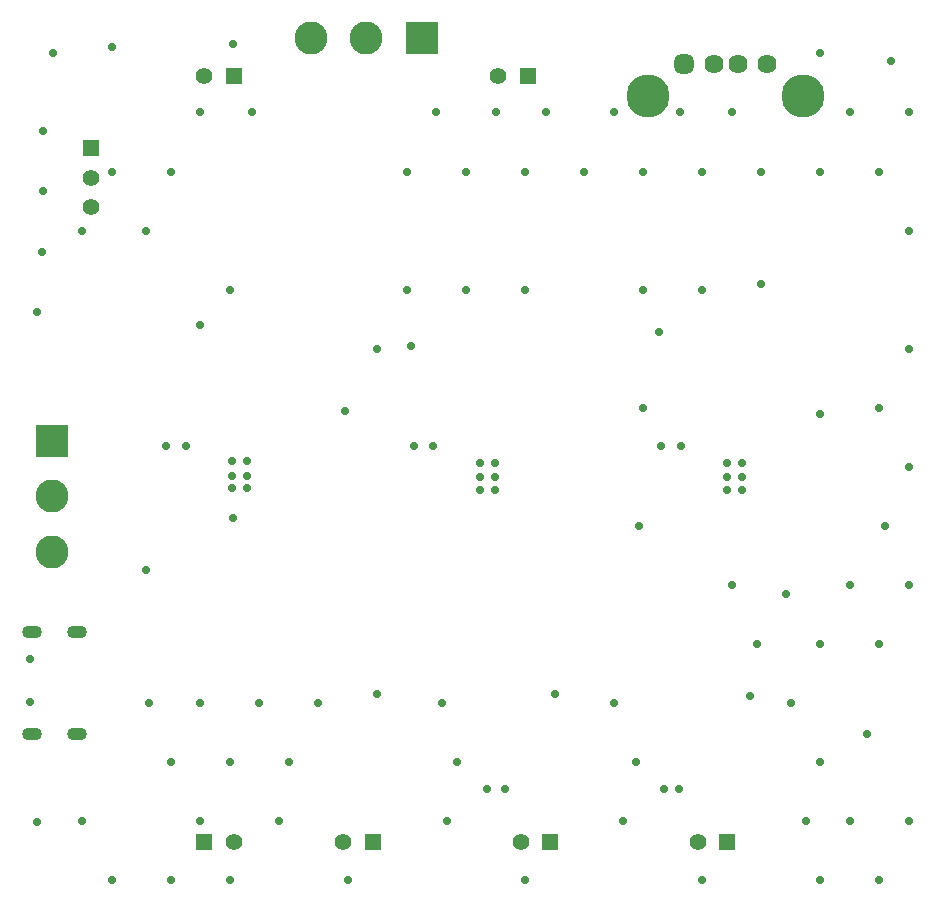
<source format=gbr>
%TF.GenerationSoftware,Altium Limited,Altium Designer,24.5.2 (23)*%
G04 Layer_Color=16711935*
%FSLAX45Y45*%
%MOMM*%
%TF.SameCoordinates,2470441B-8579-4349-B98B-18B4F8D42BC9*%
%TF.FilePolarity,Negative*%
%TF.FileFunction,Soldermask,Bot*%
%TF.Part,Single*%
G01*
G75*
%TA.AperFunction,ComponentPad*%
%ADD47C,1.40000*%
%ADD48R,1.40000X1.40000*%
G04:AMPARAMS|DCode=51|XSize=1.1mm|YSize=1.7mm|CornerRadius=0.55mm|HoleSize=0mm|Usage=FLASHONLY|Rotation=270.000|XOffset=0mm|YOffset=0mm|HoleType=Round|Shape=RoundedRectangle|*
%AMROUNDEDRECTD51*
21,1,1.10000,0.60000,0,0,270.0*
21,1,0.00000,1.70000,0,0,270.0*
1,1,1.10000,-0.30000,0.00000*
1,1,1.10000,-0.30000,0.00000*
1,1,1.10000,0.30000,0.00000*
1,1,1.10000,0.30000,0.00000*
%
%ADD51ROUNDEDRECTD51*%
%ADD53R,1.40000X1.40000*%
%ADD76C,1.62320*%
G04:AMPARAMS|DCode=77|XSize=1.6232mm|YSize=1.6232mm|CornerRadius=0.4566mm|HoleSize=0mm|Usage=FLASHONLY|Rotation=0.000|XOffset=0mm|YOffset=0mm|HoleType=Round|Shape=RoundedRectangle|*
%AMROUNDEDRECTD77*
21,1,1.62320,0.71000,0,0,0.0*
21,1,0.71000,1.62320,0,0,0.0*
1,1,0.91320,0.35500,-0.35500*
1,1,0.91320,-0.35500,-0.35500*
1,1,0.91320,-0.35500,0.35500*
1,1,0.91320,0.35500,0.35500*
%
%ADD77ROUNDEDRECTD77*%
%ADD78C,3.65320*%
%ADD79C,2.79820*%
%ADD80R,2.79820X2.79820*%
%ADD81R,2.79820X2.79820*%
%TA.AperFunction,ViaPad*%
%ADD82C,0.71120*%
D47*
X2922499Y781900D02*
D03*
X5922499D02*
D03*
X4422499D02*
D03*
X1992700D02*
D03*
X4233100Y7272100D02*
D03*
X1742700D02*
D03*
X781900Y6408100D02*
D03*
Y6158100D02*
D03*
D48*
X3172499Y781900D02*
D03*
X6172499D02*
D03*
X4672499D02*
D03*
X1742700D02*
D03*
X4483100Y7272100D02*
D03*
X1992700D02*
D03*
D51*
X668300Y2565600D02*
D03*
Y1701600D02*
D03*
X288300Y2565600D02*
D03*
Y1701600D02*
D03*
D53*
X781900Y6658100D02*
D03*
D76*
X6259533Y7373018D02*
D03*
X6059532D02*
D03*
X6509533D02*
D03*
D77*
X5809532D02*
D03*
D78*
X6816532Y7102018D02*
D03*
X5502533D02*
D03*
D79*
X457200Y3242664D02*
D03*
Y3712664D02*
D03*
X2646026Y7594600D02*
D03*
X3116026D02*
D03*
D80*
X457200Y4182664D02*
D03*
D81*
X3586026Y7594600D02*
D03*
D82*
X7561600Y7396500D02*
D03*
X7710000Y6960000D02*
D03*
X7460000Y6460000D02*
D03*
X7710000Y5960000D02*
D03*
Y4960000D02*
D03*
X7460000Y4460000D02*
D03*
X7710000Y3960000D02*
D03*
X7510800Y3460000D02*
D03*
X7710000Y2960000D02*
D03*
X7460000Y2460000D02*
D03*
X7710000Y960000D02*
D03*
X7460000Y460000D02*
D03*
X6960000Y7460000D02*
D03*
X7210000Y6960000D02*
D03*
X6960000Y6460000D02*
D03*
Y4409200D02*
D03*
X7210000Y2960000D02*
D03*
X6960000Y2460000D02*
D03*
Y1460000D02*
D03*
X7210000Y960000D02*
D03*
X6960000Y460000D02*
D03*
X6460000Y6460000D02*
D03*
Y5510800D02*
D03*
X6671900Y2883800D02*
D03*
X6421900Y2460000D02*
D03*
X6710000Y1960000D02*
D03*
X6837000Y960000D02*
D03*
X6210000Y6960000D02*
D03*
X5960000Y6460000D02*
D03*
Y5460000D02*
D03*
X6210000Y2960000D02*
D03*
X6362400Y2023500D02*
D03*
X5960000Y460000D02*
D03*
X5773500Y6960000D02*
D03*
X5460000Y6460000D02*
D03*
Y5460000D02*
D03*
X5595700Y5099700D02*
D03*
X5460000Y4460000D02*
D03*
X5421900Y3460000D02*
D03*
X5396500Y1460000D02*
D03*
X5210000Y6960000D02*
D03*
X4960000Y6460000D02*
D03*
X5210000Y1960000D02*
D03*
X5286200Y960000D02*
D03*
X4633800Y6960000D02*
D03*
X4460000Y6460000D02*
D03*
Y5460000D02*
D03*
X4710000Y2036200D02*
D03*
X4460000Y460000D02*
D03*
X4210000Y6960000D02*
D03*
X3960000Y6460000D02*
D03*
Y5460000D02*
D03*
X3883800Y1460000D02*
D03*
X3710000Y6960000D02*
D03*
X3460000Y6460000D02*
D03*
Y5460000D02*
D03*
X3494100Y4985400D02*
D03*
X3760800Y1960000D02*
D03*
X3798900Y960000D02*
D03*
X3210000Y4960000D02*
D03*
X2934600Y4434600D02*
D03*
X3210000Y2036200D02*
D03*
X2960000Y460000D02*
D03*
X2710000Y1960000D02*
D03*
X2460000Y1460000D02*
D03*
X1985400Y7536200D02*
D03*
X2146500Y6960000D02*
D03*
X1960000Y5460000D02*
D03*
X1985400Y3523500D02*
D03*
X2210000Y1960000D02*
D03*
X1960000Y1460000D02*
D03*
X2375100Y960000D02*
D03*
X1960000Y460000D02*
D03*
X1710000Y6960000D02*
D03*
X1460000Y6460000D02*
D03*
X1710000Y5163200D02*
D03*
Y1960000D02*
D03*
X1460000Y1460000D02*
D03*
X1710000Y960000D02*
D03*
X1460000Y460000D02*
D03*
X960000Y7510800D02*
D03*
Y6460000D02*
D03*
X1248100Y5960000D02*
D03*
Y3087000D02*
D03*
X1273500Y1960000D02*
D03*
X960000Y460000D02*
D03*
X460000Y7460000D02*
D03*
X710000Y5960000D02*
D03*
Y960000D02*
D03*
X6172200Y3995100D02*
D03*
X6299200D02*
D03*
Y3766500D02*
D03*
X6172200D02*
D03*
Y3873500D02*
D03*
X6299200D02*
D03*
X4076700Y3995100D02*
D03*
X4203700Y3873500D02*
D03*
X4076700Y3766500D02*
D03*
X4203700D02*
D03*
Y3995100D02*
D03*
X4076700Y3873500D02*
D03*
X2108200Y3886200D02*
D03*
X1981200D02*
D03*
Y3779200D02*
D03*
X2108200D02*
D03*
X7353300Y1701800D02*
D03*
X381000Y6807200D02*
D03*
X330200Y952500D02*
D03*
X266700Y1968500D02*
D03*
Y2336800D02*
D03*
X330200Y5270500D02*
D03*
X368300Y5778500D02*
D03*
X381000Y6299200D02*
D03*
X5765800Y1231900D02*
D03*
X5638800D02*
D03*
X4292600D02*
D03*
X4140200D02*
D03*
X5778500Y4140200D02*
D03*
X5613400D02*
D03*
X3683000D02*
D03*
X3517900D02*
D03*
X1422400D02*
D03*
X1587500D02*
D03*
X2108200Y4007800D02*
D03*
X1981200D02*
D03*
%TF.MD5,2be9c3494e1426a81b85ae9d40b87a28*%
M02*

</source>
